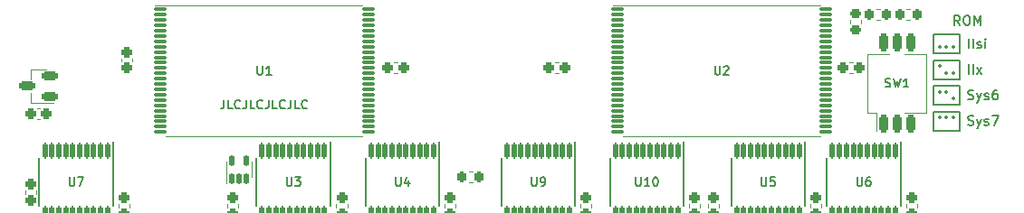
<source format=gto>
G04 #@! TF.GenerationSoftware,KiCad,Pcbnew,7.0.10*
G04 #@! TF.CreationDate,2024-05-19T03:44:08-04:00*
G04 #@! TF.ProjectId,MacIIROMSIMM,4d616349-4952-44f4-9d53-494d4d2e6b69,1.0*
G04 #@! TF.SameCoordinates,Original*
G04 #@! TF.FileFunction,Legend,Top*
G04 #@! TF.FilePolarity,Positive*
%FSLAX46Y46*%
G04 Gerber Fmt 4.6, Leading zero omitted, Abs format (unit mm)*
G04 Created by KiCad (PCBNEW 7.0.10) date 2024-05-19 03:44:08*
%MOMM*%
%LPD*%
G01*
G04 APERTURE LIST*
G04 Aperture macros list*
%AMRoundRect*
0 Rectangle with rounded corners*
0 $1 Rounding radius*
0 $2 $3 $4 $5 $6 $7 $8 $9 X,Y pos of 4 corners*
0 Add a 4 corners polygon primitive as box body*
4,1,4,$2,$3,$4,$5,$6,$7,$8,$9,$2,$3,0*
0 Add four circle primitives for the rounded corners*
1,1,$1+$1,$2,$3*
1,1,$1+$1,$4,$5*
1,1,$1+$1,$6,$7*
1,1,$1+$1,$8,$9*
0 Add four rect primitives between the rounded corners*
20,1,$1+$1,$2,$3,$4,$5,0*
20,1,$1+$1,$4,$5,$6,$7,0*
20,1,$1+$1,$6,$7,$8,$9,0*
20,1,$1+$1,$8,$9,$2,$3,0*%
G04 Aperture macros list end*
%ADD10C,0.350000*%
%ADD11C,0.203200*%
%ADD12C,0.120000*%
%ADD13C,0.150000*%
%ADD14C,0.100000*%
%ADD15C,0.175000*%
%ADD16C,2.000000*%
%ADD17RoundRect,0.237500X-0.237500X-0.287500X0.237500X-0.287500X0.237500X0.287500X-0.237500X0.287500X0*%
%ADD18RoundRect,0.237500X0.287500X-0.237500X0.287500X0.237500X-0.287500X0.237500X-0.287500X-0.237500X0*%
%ADD19RoundRect,0.124500X-0.124500X0.624500X-0.124500X-0.624500X0.124500X-0.624500X0.124500X0.624500X0*%
%ADD20RoundRect,0.477520X-0.119380X-1.122680X0.119380X-1.122680X0.119380X1.122680X-0.119380X1.122680X0*%
%ADD21RoundRect,0.087000X-0.487000X-0.087000X0.487000X-0.087000X0.487000X0.087000X-0.487000X0.087000X0*%
%ADD22RoundRect,0.120000X0.120000X-0.420000X0.120000X0.420000X-0.120000X0.420000X-0.120000X-0.420000X0*%
%ADD23RoundRect,0.200000X0.200000X0.325000X-0.200000X0.325000X-0.200000X-0.325000X0.200000X-0.325000X0*%
%ADD24RoundRect,0.200000X0.325000X-0.200000X0.325000X0.200000X-0.325000X0.200000X-0.325000X-0.200000X0*%
%ADD25RoundRect,0.225000X0.500000X0.225000X-0.500000X0.225000X-0.500000X-0.225000X0.500000X-0.225000X0*%
%ADD26C,1.448000*%
%ADD27RoundRect,0.200000X-0.200000X-0.325000X0.200000X-0.325000X0.200000X0.325000X-0.200000X0.325000X0*%
%ADD28RoundRect,0.215000X0.215000X-0.597000X0.215000X0.597000X-0.215000X0.597000X-0.215000X-0.597000X0*%
G04 APERTURE END LIST*
D10*
X162623400Y-111696500D02*
X162623500Y-111696500D01*
D11*
X164465000Y-106299000D02*
X162052000Y-106299000D01*
D10*
X163893550Y-107505500D02*
X163893650Y-107505500D01*
X163258400Y-107505500D02*
X163258500Y-107505500D01*
D11*
X162052000Y-108077000D02*
X162052000Y-106299000D01*
X164465000Y-108077000D02*
X164465000Y-106299000D01*
X162052000Y-108077000D02*
X164465000Y-108077000D01*
X162052000Y-112903000D02*
X162052000Y-111125000D01*
X164465000Y-112903000D02*
X164465000Y-111125000D01*
D10*
X163258400Y-111696500D02*
X163258500Y-111696500D01*
X163893550Y-112331500D02*
X163893650Y-112331500D01*
D11*
X164465000Y-111125000D02*
X162052000Y-111125000D01*
X162052000Y-112903000D02*
X164465000Y-112903000D01*
X164465000Y-113538000D02*
X162052000Y-113538000D01*
X164465000Y-115316000D02*
X164465000Y-113538000D01*
D10*
X163258400Y-114109500D02*
X163258500Y-114109500D01*
X163893550Y-114109500D02*
X163893650Y-114109500D01*
D11*
X162052000Y-115316000D02*
X162052000Y-113538000D01*
X162052000Y-115316000D02*
X164465000Y-115316000D01*
D10*
X162623550Y-114109500D02*
X162623650Y-114109500D01*
X162623400Y-107505500D02*
X162623500Y-107505500D01*
D11*
X164465000Y-108712000D02*
X162052000Y-108712000D01*
D10*
X163893550Y-109918500D02*
X163893650Y-109918500D01*
D11*
X164465000Y-110490000D02*
X164465000Y-108712000D01*
X162052000Y-110490000D02*
X164465000Y-110490000D01*
D10*
X163258400Y-109918500D02*
X163258500Y-109918500D01*
D11*
X162052000Y-110490000D02*
X162052000Y-108712000D01*
D10*
X162623400Y-109283500D02*
X162623500Y-109283500D01*
D11*
X165320969Y-107593790D02*
X165320969Y-106693790D01*
X165749540Y-107593790D02*
X165749540Y-106693790D01*
X166135254Y-107550933D02*
X166220968Y-107593790D01*
X166220968Y-107593790D02*
X166392397Y-107593790D01*
X166392397Y-107593790D02*
X166478111Y-107550933D01*
X166478111Y-107550933D02*
X166520968Y-107465218D01*
X166520968Y-107465218D02*
X166520968Y-107422361D01*
X166520968Y-107422361D02*
X166478111Y-107336647D01*
X166478111Y-107336647D02*
X166392397Y-107293790D01*
X166392397Y-107293790D02*
X166263826Y-107293790D01*
X166263826Y-107293790D02*
X166178111Y-107250933D01*
X166178111Y-107250933D02*
X166135254Y-107165218D01*
X166135254Y-107165218D02*
X166135254Y-107122361D01*
X166135254Y-107122361D02*
X166178111Y-107036647D01*
X166178111Y-107036647D02*
X166263826Y-106993790D01*
X166263826Y-106993790D02*
X166392397Y-106993790D01*
X166392397Y-106993790D02*
X166478111Y-107036647D01*
X166906682Y-107593790D02*
X166906682Y-106993790D01*
X166906682Y-106693790D02*
X166863825Y-106736647D01*
X166863825Y-106736647D02*
X166906682Y-106779504D01*
X166906682Y-106779504D02*
X166949539Y-106736647D01*
X166949539Y-106736647D02*
X166906682Y-106693790D01*
X166906682Y-106693790D02*
X166906682Y-106779504D01*
X164519857Y-105434790D02*
X164219857Y-105006218D01*
X164005571Y-105434790D02*
X164005571Y-104534790D01*
X164005571Y-104534790D02*
X164348428Y-104534790D01*
X164348428Y-104534790D02*
X164434143Y-104577647D01*
X164434143Y-104577647D02*
X164477000Y-104620504D01*
X164477000Y-104620504D02*
X164519857Y-104706218D01*
X164519857Y-104706218D02*
X164519857Y-104834790D01*
X164519857Y-104834790D02*
X164477000Y-104920504D01*
X164477000Y-104920504D02*
X164434143Y-104963361D01*
X164434143Y-104963361D02*
X164348428Y-105006218D01*
X164348428Y-105006218D02*
X164005571Y-105006218D01*
X165077000Y-104534790D02*
X165248428Y-104534790D01*
X165248428Y-104534790D02*
X165334143Y-104577647D01*
X165334143Y-104577647D02*
X165419857Y-104663361D01*
X165419857Y-104663361D02*
X165462714Y-104834790D01*
X165462714Y-104834790D02*
X165462714Y-105134790D01*
X165462714Y-105134790D02*
X165419857Y-105306218D01*
X165419857Y-105306218D02*
X165334143Y-105391933D01*
X165334143Y-105391933D02*
X165248428Y-105434790D01*
X165248428Y-105434790D02*
X165077000Y-105434790D01*
X165077000Y-105434790D02*
X164991286Y-105391933D01*
X164991286Y-105391933D02*
X164905571Y-105306218D01*
X164905571Y-105306218D02*
X164862714Y-105134790D01*
X164862714Y-105134790D02*
X164862714Y-104834790D01*
X164862714Y-104834790D02*
X164905571Y-104663361D01*
X164905571Y-104663361D02*
X164991286Y-104577647D01*
X164991286Y-104577647D02*
X165077000Y-104534790D01*
X165848428Y-105434790D02*
X165848428Y-104534790D01*
X165848428Y-104534790D02*
X166148428Y-105177647D01*
X166148428Y-105177647D02*
X166448428Y-104534790D01*
X166448428Y-104534790D02*
X166448428Y-105434790D01*
X165278112Y-112376933D02*
X165406684Y-112419790D01*
X165406684Y-112419790D02*
X165620969Y-112419790D01*
X165620969Y-112419790D02*
X165706684Y-112376933D01*
X165706684Y-112376933D02*
X165749541Y-112334075D01*
X165749541Y-112334075D02*
X165792398Y-112248361D01*
X165792398Y-112248361D02*
X165792398Y-112162647D01*
X165792398Y-112162647D02*
X165749541Y-112076933D01*
X165749541Y-112076933D02*
X165706684Y-112034075D01*
X165706684Y-112034075D02*
X165620969Y-111991218D01*
X165620969Y-111991218D02*
X165449541Y-111948361D01*
X165449541Y-111948361D02*
X165363826Y-111905504D01*
X165363826Y-111905504D02*
X165320969Y-111862647D01*
X165320969Y-111862647D02*
X165278112Y-111776933D01*
X165278112Y-111776933D02*
X165278112Y-111691218D01*
X165278112Y-111691218D02*
X165320969Y-111605504D01*
X165320969Y-111605504D02*
X165363826Y-111562647D01*
X165363826Y-111562647D02*
X165449541Y-111519790D01*
X165449541Y-111519790D02*
X165663826Y-111519790D01*
X165663826Y-111519790D02*
X165792398Y-111562647D01*
X166092398Y-111819790D02*
X166306684Y-112419790D01*
X166520969Y-111819790D02*
X166306684Y-112419790D01*
X166306684Y-112419790D02*
X166220969Y-112634075D01*
X166220969Y-112634075D02*
X166178112Y-112676933D01*
X166178112Y-112676933D02*
X166092398Y-112719790D01*
X166820969Y-112376933D02*
X166906683Y-112419790D01*
X166906683Y-112419790D02*
X167078112Y-112419790D01*
X167078112Y-112419790D02*
X167163826Y-112376933D01*
X167163826Y-112376933D02*
X167206683Y-112291218D01*
X167206683Y-112291218D02*
X167206683Y-112248361D01*
X167206683Y-112248361D02*
X167163826Y-112162647D01*
X167163826Y-112162647D02*
X167078112Y-112119790D01*
X167078112Y-112119790D02*
X166949541Y-112119790D01*
X166949541Y-112119790D02*
X166863826Y-112076933D01*
X166863826Y-112076933D02*
X166820969Y-111991218D01*
X166820969Y-111991218D02*
X166820969Y-111948361D01*
X166820969Y-111948361D02*
X166863826Y-111862647D01*
X166863826Y-111862647D02*
X166949541Y-111819790D01*
X166949541Y-111819790D02*
X167078112Y-111819790D01*
X167078112Y-111819790D02*
X167163826Y-111862647D01*
X167978112Y-111519790D02*
X167806683Y-111519790D01*
X167806683Y-111519790D02*
X167720969Y-111562647D01*
X167720969Y-111562647D02*
X167678112Y-111605504D01*
X167678112Y-111605504D02*
X167592397Y-111734075D01*
X167592397Y-111734075D02*
X167549540Y-111905504D01*
X167549540Y-111905504D02*
X167549540Y-112248361D01*
X167549540Y-112248361D02*
X167592397Y-112334075D01*
X167592397Y-112334075D02*
X167635254Y-112376933D01*
X167635254Y-112376933D02*
X167720969Y-112419790D01*
X167720969Y-112419790D02*
X167892397Y-112419790D01*
X167892397Y-112419790D02*
X167978112Y-112376933D01*
X167978112Y-112376933D02*
X168020969Y-112334075D01*
X168020969Y-112334075D02*
X168063826Y-112248361D01*
X168063826Y-112248361D02*
X168063826Y-112034075D01*
X168063826Y-112034075D02*
X168020969Y-111948361D01*
X168020969Y-111948361D02*
X167978112Y-111905504D01*
X167978112Y-111905504D02*
X167892397Y-111862647D01*
X167892397Y-111862647D02*
X167720969Y-111862647D01*
X167720969Y-111862647D02*
X167635254Y-111905504D01*
X167635254Y-111905504D02*
X167592397Y-111948361D01*
X167592397Y-111948361D02*
X167549540Y-112034075D01*
X165278112Y-114789933D02*
X165406684Y-114832790D01*
X165406684Y-114832790D02*
X165620969Y-114832790D01*
X165620969Y-114832790D02*
X165706684Y-114789933D01*
X165706684Y-114789933D02*
X165749541Y-114747075D01*
X165749541Y-114747075D02*
X165792398Y-114661361D01*
X165792398Y-114661361D02*
X165792398Y-114575647D01*
X165792398Y-114575647D02*
X165749541Y-114489933D01*
X165749541Y-114489933D02*
X165706684Y-114447075D01*
X165706684Y-114447075D02*
X165620969Y-114404218D01*
X165620969Y-114404218D02*
X165449541Y-114361361D01*
X165449541Y-114361361D02*
X165363826Y-114318504D01*
X165363826Y-114318504D02*
X165320969Y-114275647D01*
X165320969Y-114275647D02*
X165278112Y-114189933D01*
X165278112Y-114189933D02*
X165278112Y-114104218D01*
X165278112Y-114104218D02*
X165320969Y-114018504D01*
X165320969Y-114018504D02*
X165363826Y-113975647D01*
X165363826Y-113975647D02*
X165449541Y-113932790D01*
X165449541Y-113932790D02*
X165663826Y-113932790D01*
X165663826Y-113932790D02*
X165792398Y-113975647D01*
X166092398Y-114232790D02*
X166306684Y-114832790D01*
X166520969Y-114232790D02*
X166306684Y-114832790D01*
X166306684Y-114832790D02*
X166220969Y-115047075D01*
X166220969Y-115047075D02*
X166178112Y-115089933D01*
X166178112Y-115089933D02*
X166092398Y-115132790D01*
X166820969Y-114789933D02*
X166906683Y-114832790D01*
X166906683Y-114832790D02*
X167078112Y-114832790D01*
X167078112Y-114832790D02*
X167163826Y-114789933D01*
X167163826Y-114789933D02*
X167206683Y-114704218D01*
X167206683Y-114704218D02*
X167206683Y-114661361D01*
X167206683Y-114661361D02*
X167163826Y-114575647D01*
X167163826Y-114575647D02*
X167078112Y-114532790D01*
X167078112Y-114532790D02*
X166949541Y-114532790D01*
X166949541Y-114532790D02*
X166863826Y-114489933D01*
X166863826Y-114489933D02*
X166820969Y-114404218D01*
X166820969Y-114404218D02*
X166820969Y-114361361D01*
X166820969Y-114361361D02*
X166863826Y-114275647D01*
X166863826Y-114275647D02*
X166949541Y-114232790D01*
X166949541Y-114232790D02*
X167078112Y-114232790D01*
X167078112Y-114232790D02*
X167163826Y-114275647D01*
X167506683Y-113932790D02*
X168106683Y-113932790D01*
X168106683Y-113932790D02*
X167720969Y-114832790D01*
X165320969Y-110006790D02*
X165320969Y-109106790D01*
X165749540Y-110006790D02*
X165749540Y-109106790D01*
X166092397Y-110006790D02*
X166563826Y-109406790D01*
X166092397Y-109406790D02*
X166563826Y-110006790D01*
X95695638Y-112452649D02*
X95695638Y-113033221D01*
X95695638Y-113033221D02*
X95656933Y-113149335D01*
X95656933Y-113149335D02*
X95579524Y-113226745D01*
X95579524Y-113226745D02*
X95463409Y-113265449D01*
X95463409Y-113265449D02*
X95386000Y-113265449D01*
X96469733Y-113265449D02*
X96082685Y-113265449D01*
X96082685Y-113265449D02*
X96082685Y-112452649D01*
X97205123Y-113188040D02*
X97166419Y-113226745D01*
X97166419Y-113226745D02*
X97050304Y-113265449D01*
X97050304Y-113265449D02*
X96972895Y-113265449D01*
X96972895Y-113265449D02*
X96856781Y-113226745D01*
X96856781Y-113226745D02*
X96779371Y-113149335D01*
X96779371Y-113149335D02*
X96740666Y-113071925D01*
X96740666Y-113071925D02*
X96701962Y-112917106D01*
X96701962Y-112917106D02*
X96701962Y-112800992D01*
X96701962Y-112800992D02*
X96740666Y-112646173D01*
X96740666Y-112646173D02*
X96779371Y-112568764D01*
X96779371Y-112568764D02*
X96856781Y-112491354D01*
X96856781Y-112491354D02*
X96972895Y-112452649D01*
X96972895Y-112452649D02*
X97050304Y-112452649D01*
X97050304Y-112452649D02*
X97166419Y-112491354D01*
X97166419Y-112491354D02*
X97205123Y-112530059D01*
X97785695Y-112452649D02*
X97785695Y-113033221D01*
X97785695Y-113033221D02*
X97746990Y-113149335D01*
X97746990Y-113149335D02*
X97669581Y-113226745D01*
X97669581Y-113226745D02*
X97553466Y-113265449D01*
X97553466Y-113265449D02*
X97476057Y-113265449D01*
X98559790Y-113265449D02*
X98172742Y-113265449D01*
X98172742Y-113265449D02*
X98172742Y-112452649D01*
X99295180Y-113188040D02*
X99256476Y-113226745D01*
X99256476Y-113226745D02*
X99140361Y-113265449D01*
X99140361Y-113265449D02*
X99062952Y-113265449D01*
X99062952Y-113265449D02*
X98946838Y-113226745D01*
X98946838Y-113226745D02*
X98869428Y-113149335D01*
X98869428Y-113149335D02*
X98830723Y-113071925D01*
X98830723Y-113071925D02*
X98792019Y-112917106D01*
X98792019Y-112917106D02*
X98792019Y-112800992D01*
X98792019Y-112800992D02*
X98830723Y-112646173D01*
X98830723Y-112646173D02*
X98869428Y-112568764D01*
X98869428Y-112568764D02*
X98946838Y-112491354D01*
X98946838Y-112491354D02*
X99062952Y-112452649D01*
X99062952Y-112452649D02*
X99140361Y-112452649D01*
X99140361Y-112452649D02*
X99256476Y-112491354D01*
X99256476Y-112491354D02*
X99295180Y-112530059D01*
X99875752Y-112452649D02*
X99875752Y-113033221D01*
X99875752Y-113033221D02*
X99837047Y-113149335D01*
X99837047Y-113149335D02*
X99759638Y-113226745D01*
X99759638Y-113226745D02*
X99643523Y-113265449D01*
X99643523Y-113265449D02*
X99566114Y-113265449D01*
X100649847Y-113265449D02*
X100262799Y-113265449D01*
X100262799Y-113265449D02*
X100262799Y-112452649D01*
X101385237Y-113188040D02*
X101346533Y-113226745D01*
X101346533Y-113226745D02*
X101230418Y-113265449D01*
X101230418Y-113265449D02*
X101153009Y-113265449D01*
X101153009Y-113265449D02*
X101036895Y-113226745D01*
X101036895Y-113226745D02*
X100959485Y-113149335D01*
X100959485Y-113149335D02*
X100920780Y-113071925D01*
X100920780Y-113071925D02*
X100882076Y-112917106D01*
X100882076Y-112917106D02*
X100882076Y-112800992D01*
X100882076Y-112800992D02*
X100920780Y-112646173D01*
X100920780Y-112646173D02*
X100959485Y-112568764D01*
X100959485Y-112568764D02*
X101036895Y-112491354D01*
X101036895Y-112491354D02*
X101153009Y-112452649D01*
X101153009Y-112452649D02*
X101230418Y-112452649D01*
X101230418Y-112452649D02*
X101346533Y-112491354D01*
X101346533Y-112491354D02*
X101385237Y-112530059D01*
X101965809Y-112452649D02*
X101965809Y-113033221D01*
X101965809Y-113033221D02*
X101927104Y-113149335D01*
X101927104Y-113149335D02*
X101849695Y-113226745D01*
X101849695Y-113226745D02*
X101733580Y-113265449D01*
X101733580Y-113265449D02*
X101656171Y-113265449D01*
X102739904Y-113265449D02*
X102352856Y-113265449D01*
X102352856Y-113265449D02*
X102352856Y-112452649D01*
X103475294Y-113188040D02*
X103436590Y-113226745D01*
X103436590Y-113226745D02*
X103320475Y-113265449D01*
X103320475Y-113265449D02*
X103243066Y-113265449D01*
X103243066Y-113265449D02*
X103126952Y-113226745D01*
X103126952Y-113226745D02*
X103049542Y-113149335D01*
X103049542Y-113149335D02*
X103010837Y-113071925D01*
X103010837Y-113071925D02*
X102972133Y-112917106D01*
X102972133Y-112917106D02*
X102972133Y-112800992D01*
X102972133Y-112800992D02*
X103010837Y-112646173D01*
X103010837Y-112646173D02*
X103049542Y-112568764D01*
X103049542Y-112568764D02*
X103126952Y-112491354D01*
X103126952Y-112491354D02*
X103243066Y-112452649D01*
X103243066Y-112452649D02*
X103320475Y-112452649D01*
X103320475Y-112452649D02*
X103436590Y-112491354D01*
X103436590Y-112491354D02*
X103475294Y-112530059D01*
X111755723Y-119702649D02*
X111755723Y-120360630D01*
X111755723Y-120360630D02*
X111794428Y-120438040D01*
X111794428Y-120438040D02*
X111833133Y-120476745D01*
X111833133Y-120476745D02*
X111910542Y-120515449D01*
X111910542Y-120515449D02*
X112065361Y-120515449D01*
X112065361Y-120515449D02*
X112142771Y-120476745D01*
X112142771Y-120476745D02*
X112181476Y-120438040D01*
X112181476Y-120438040D02*
X112220180Y-120360630D01*
X112220180Y-120360630D02*
X112220180Y-119702649D01*
X112955571Y-119973583D02*
X112955571Y-120515449D01*
X112762047Y-119663945D02*
X112568524Y-120244516D01*
X112568524Y-120244516D02*
X113071685Y-120244516D01*
X145955723Y-119702649D02*
X145955723Y-120360630D01*
X145955723Y-120360630D02*
X145994428Y-120438040D01*
X145994428Y-120438040D02*
X146033133Y-120476745D01*
X146033133Y-120476745D02*
X146110542Y-120515449D01*
X146110542Y-120515449D02*
X146265361Y-120515449D01*
X146265361Y-120515449D02*
X146342771Y-120476745D01*
X146342771Y-120476745D02*
X146381476Y-120438040D01*
X146381476Y-120438040D02*
X146420180Y-120360630D01*
X146420180Y-120360630D02*
X146420180Y-119702649D01*
X147194276Y-119702649D02*
X146807228Y-119702649D01*
X146807228Y-119702649D02*
X146768524Y-120089697D01*
X146768524Y-120089697D02*
X146807228Y-120050992D01*
X146807228Y-120050992D02*
X146884638Y-120012287D01*
X146884638Y-120012287D02*
X147078162Y-120012287D01*
X147078162Y-120012287D02*
X147155571Y-120050992D01*
X147155571Y-120050992D02*
X147194276Y-120089697D01*
X147194276Y-120089697D02*
X147232981Y-120167106D01*
X147232981Y-120167106D02*
X147232981Y-120360630D01*
X147232981Y-120360630D02*
X147194276Y-120438040D01*
X147194276Y-120438040D02*
X147155571Y-120476745D01*
X147155571Y-120476745D02*
X147078162Y-120515449D01*
X147078162Y-120515449D02*
X146884638Y-120515449D01*
X146884638Y-120515449D02*
X146807228Y-120476745D01*
X146807228Y-120476745D02*
X146768524Y-120438040D01*
X134218676Y-119702649D02*
X134218676Y-120360630D01*
X134218676Y-120360630D02*
X134257381Y-120438040D01*
X134257381Y-120438040D02*
X134296086Y-120476745D01*
X134296086Y-120476745D02*
X134373495Y-120515449D01*
X134373495Y-120515449D02*
X134528314Y-120515449D01*
X134528314Y-120515449D02*
X134605724Y-120476745D01*
X134605724Y-120476745D02*
X134644429Y-120438040D01*
X134644429Y-120438040D02*
X134683133Y-120360630D01*
X134683133Y-120360630D02*
X134683133Y-119702649D01*
X135495934Y-120515449D02*
X135031477Y-120515449D01*
X135263705Y-120515449D02*
X135263705Y-119702649D01*
X135263705Y-119702649D02*
X135186296Y-119818764D01*
X135186296Y-119818764D02*
X135108886Y-119896173D01*
X135108886Y-119896173D02*
X135031477Y-119934878D01*
X135999095Y-119702649D02*
X136076505Y-119702649D01*
X136076505Y-119702649D02*
X136153914Y-119741354D01*
X136153914Y-119741354D02*
X136192619Y-119780059D01*
X136192619Y-119780059D02*
X136231324Y-119857468D01*
X136231324Y-119857468D02*
X136270029Y-120012287D01*
X136270029Y-120012287D02*
X136270029Y-120205811D01*
X136270029Y-120205811D02*
X136231324Y-120360630D01*
X136231324Y-120360630D02*
X136192619Y-120438040D01*
X136192619Y-120438040D02*
X136153914Y-120476745D01*
X136153914Y-120476745D02*
X136076505Y-120515449D01*
X136076505Y-120515449D02*
X135999095Y-120515449D01*
X135999095Y-120515449D02*
X135921686Y-120476745D01*
X135921686Y-120476745D02*
X135882981Y-120438040D01*
X135882981Y-120438040D02*
X135844276Y-120360630D01*
X135844276Y-120360630D02*
X135805572Y-120205811D01*
X135805572Y-120205811D02*
X135805572Y-120012287D01*
X135805572Y-120012287D02*
X135844276Y-119857468D01*
X135844276Y-119857468D02*
X135882981Y-119780059D01*
X135882981Y-119780059D02*
X135921686Y-119741354D01*
X135921686Y-119741354D02*
X135999095Y-119702649D01*
X154905723Y-119702649D02*
X154905723Y-120360630D01*
X154905723Y-120360630D02*
X154944428Y-120438040D01*
X154944428Y-120438040D02*
X154983133Y-120476745D01*
X154983133Y-120476745D02*
X155060542Y-120515449D01*
X155060542Y-120515449D02*
X155215361Y-120515449D01*
X155215361Y-120515449D02*
X155292771Y-120476745D01*
X155292771Y-120476745D02*
X155331476Y-120438040D01*
X155331476Y-120438040D02*
X155370180Y-120360630D01*
X155370180Y-120360630D02*
X155370180Y-119702649D01*
X156105571Y-119702649D02*
X155950752Y-119702649D01*
X155950752Y-119702649D02*
X155873343Y-119741354D01*
X155873343Y-119741354D02*
X155834638Y-119780059D01*
X155834638Y-119780059D02*
X155757228Y-119896173D01*
X155757228Y-119896173D02*
X155718524Y-120050992D01*
X155718524Y-120050992D02*
X155718524Y-120360630D01*
X155718524Y-120360630D02*
X155757228Y-120438040D01*
X155757228Y-120438040D02*
X155795933Y-120476745D01*
X155795933Y-120476745D02*
X155873343Y-120515449D01*
X155873343Y-120515449D02*
X156028162Y-120515449D01*
X156028162Y-120515449D02*
X156105571Y-120476745D01*
X156105571Y-120476745D02*
X156144276Y-120438040D01*
X156144276Y-120438040D02*
X156182981Y-120360630D01*
X156182981Y-120360630D02*
X156182981Y-120167106D01*
X156182981Y-120167106D02*
X156144276Y-120089697D01*
X156144276Y-120089697D02*
X156105571Y-120050992D01*
X156105571Y-120050992D02*
X156028162Y-120012287D01*
X156028162Y-120012287D02*
X155873343Y-120012287D01*
X155873343Y-120012287D02*
X155795933Y-120050992D01*
X155795933Y-120050992D02*
X155757228Y-120089697D01*
X155757228Y-120089697D02*
X155718524Y-120167106D01*
X98830723Y-109252649D02*
X98830723Y-109910630D01*
X98830723Y-109910630D02*
X98869428Y-109988040D01*
X98869428Y-109988040D02*
X98908133Y-110026745D01*
X98908133Y-110026745D02*
X98985542Y-110065449D01*
X98985542Y-110065449D02*
X99140361Y-110065449D01*
X99140361Y-110065449D02*
X99217771Y-110026745D01*
X99217771Y-110026745D02*
X99256476Y-109988040D01*
X99256476Y-109988040D02*
X99295180Y-109910630D01*
X99295180Y-109910630D02*
X99295180Y-109252649D01*
X100107981Y-110065449D02*
X99643524Y-110065449D01*
X99875752Y-110065449D02*
X99875752Y-109252649D01*
X99875752Y-109252649D02*
X99798343Y-109368764D01*
X99798343Y-109368764D02*
X99720933Y-109446173D01*
X99720933Y-109446173D02*
X99643524Y-109484878D01*
X101555723Y-119702649D02*
X101555723Y-120360630D01*
X101555723Y-120360630D02*
X101594428Y-120438040D01*
X101594428Y-120438040D02*
X101633133Y-120476745D01*
X101633133Y-120476745D02*
X101710542Y-120515449D01*
X101710542Y-120515449D02*
X101865361Y-120515449D01*
X101865361Y-120515449D02*
X101942771Y-120476745D01*
X101942771Y-120476745D02*
X101981476Y-120438040D01*
X101981476Y-120438040D02*
X102020180Y-120360630D01*
X102020180Y-120360630D02*
X102020180Y-119702649D01*
X102329819Y-119702649D02*
X102832981Y-119702649D01*
X102832981Y-119702649D02*
X102562047Y-120012287D01*
X102562047Y-120012287D02*
X102678162Y-120012287D01*
X102678162Y-120012287D02*
X102755571Y-120050992D01*
X102755571Y-120050992D02*
X102794276Y-120089697D01*
X102794276Y-120089697D02*
X102832981Y-120167106D01*
X102832981Y-120167106D02*
X102832981Y-120360630D01*
X102832981Y-120360630D02*
X102794276Y-120438040D01*
X102794276Y-120438040D02*
X102755571Y-120476745D01*
X102755571Y-120476745D02*
X102678162Y-120515449D01*
X102678162Y-120515449D02*
X102445933Y-120515449D01*
X102445933Y-120515449D02*
X102368524Y-120476745D01*
X102368524Y-120476745D02*
X102329819Y-120438040D01*
X141620723Y-109252649D02*
X141620723Y-109910630D01*
X141620723Y-109910630D02*
X141659428Y-109988040D01*
X141659428Y-109988040D02*
X141698133Y-110026745D01*
X141698133Y-110026745D02*
X141775542Y-110065449D01*
X141775542Y-110065449D02*
X141930361Y-110065449D01*
X141930361Y-110065449D02*
X142007771Y-110026745D01*
X142007771Y-110026745D02*
X142046476Y-109988040D01*
X142046476Y-109988040D02*
X142085180Y-109910630D01*
X142085180Y-109910630D02*
X142085180Y-109252649D01*
X142433524Y-109330059D02*
X142472228Y-109291354D01*
X142472228Y-109291354D02*
X142549638Y-109252649D01*
X142549638Y-109252649D02*
X142743162Y-109252649D01*
X142743162Y-109252649D02*
X142820571Y-109291354D01*
X142820571Y-109291354D02*
X142859276Y-109330059D01*
X142859276Y-109330059D02*
X142897981Y-109407468D01*
X142897981Y-109407468D02*
X142897981Y-109484878D01*
X142897981Y-109484878D02*
X142859276Y-109600992D01*
X142859276Y-109600992D02*
X142394819Y-110065449D01*
X142394819Y-110065449D02*
X142897981Y-110065449D01*
X81255723Y-119702649D02*
X81255723Y-120360630D01*
X81255723Y-120360630D02*
X81294428Y-120438040D01*
X81294428Y-120438040D02*
X81333133Y-120476745D01*
X81333133Y-120476745D02*
X81410542Y-120515449D01*
X81410542Y-120515449D02*
X81565361Y-120515449D01*
X81565361Y-120515449D02*
X81642771Y-120476745D01*
X81642771Y-120476745D02*
X81681476Y-120438040D01*
X81681476Y-120438040D02*
X81720180Y-120360630D01*
X81720180Y-120360630D02*
X81720180Y-119702649D01*
X82029819Y-119702649D02*
X82571685Y-119702649D01*
X82571685Y-119702649D02*
X82223343Y-120515449D01*
X124455723Y-119702649D02*
X124455723Y-120360630D01*
X124455723Y-120360630D02*
X124494428Y-120438040D01*
X124494428Y-120438040D02*
X124533133Y-120476745D01*
X124533133Y-120476745D02*
X124610542Y-120515449D01*
X124610542Y-120515449D02*
X124765361Y-120515449D01*
X124765361Y-120515449D02*
X124842771Y-120476745D01*
X124842771Y-120476745D02*
X124881476Y-120438040D01*
X124881476Y-120438040D02*
X124920180Y-120360630D01*
X124920180Y-120360630D02*
X124920180Y-119702649D01*
X125345933Y-120515449D02*
X125500752Y-120515449D01*
X125500752Y-120515449D02*
X125578162Y-120476745D01*
X125578162Y-120476745D02*
X125616866Y-120438040D01*
X125616866Y-120438040D02*
X125694276Y-120321925D01*
X125694276Y-120321925D02*
X125732981Y-120167106D01*
X125732981Y-120167106D02*
X125732981Y-119857468D01*
X125732981Y-119857468D02*
X125694276Y-119780059D01*
X125694276Y-119780059D02*
X125655571Y-119741354D01*
X125655571Y-119741354D02*
X125578162Y-119702649D01*
X125578162Y-119702649D02*
X125423343Y-119702649D01*
X125423343Y-119702649D02*
X125345933Y-119741354D01*
X125345933Y-119741354D02*
X125307228Y-119780059D01*
X125307228Y-119780059D02*
X125268524Y-119857468D01*
X125268524Y-119857468D02*
X125268524Y-120050992D01*
X125268524Y-120050992D02*
X125307228Y-120128402D01*
X125307228Y-120128402D02*
X125345933Y-120167106D01*
X125345933Y-120167106D02*
X125423343Y-120205811D01*
X125423343Y-120205811D02*
X125578162Y-120205811D01*
X125578162Y-120205811D02*
X125655571Y-120167106D01*
X125655571Y-120167106D02*
X125694276Y-120128402D01*
X125694276Y-120128402D02*
X125732981Y-120050992D01*
X157539267Y-111197745D02*
X157655381Y-111236449D01*
X157655381Y-111236449D02*
X157848905Y-111236449D01*
X157848905Y-111236449D02*
X157926314Y-111197745D01*
X157926314Y-111197745D02*
X157965019Y-111159040D01*
X157965019Y-111159040D02*
X158003724Y-111081630D01*
X158003724Y-111081630D02*
X158003724Y-111004221D01*
X158003724Y-111004221D02*
X157965019Y-110926811D01*
X157965019Y-110926811D02*
X157926314Y-110888106D01*
X157926314Y-110888106D02*
X157848905Y-110849402D01*
X157848905Y-110849402D02*
X157694086Y-110810697D01*
X157694086Y-110810697D02*
X157616676Y-110771992D01*
X157616676Y-110771992D02*
X157577971Y-110733287D01*
X157577971Y-110733287D02*
X157539267Y-110655878D01*
X157539267Y-110655878D02*
X157539267Y-110578468D01*
X157539267Y-110578468D02*
X157577971Y-110501059D01*
X157577971Y-110501059D02*
X157616676Y-110462354D01*
X157616676Y-110462354D02*
X157694086Y-110423649D01*
X157694086Y-110423649D02*
X157887609Y-110423649D01*
X157887609Y-110423649D02*
X158003724Y-110462354D01*
X158274657Y-110423649D02*
X158468181Y-111236449D01*
X158468181Y-111236449D02*
X158623000Y-110655878D01*
X158623000Y-110655878D02*
X158777819Y-111236449D01*
X158777819Y-111236449D02*
X158971343Y-110423649D01*
X159706733Y-111236449D02*
X159242276Y-111236449D01*
X159474504Y-111236449D02*
X159474504Y-110423649D01*
X159474504Y-110423649D02*
X159397095Y-110539764D01*
X159397095Y-110539764D02*
X159319685Y-110617173D01*
X159319685Y-110617173D02*
X159242276Y-110655878D01*
D12*
X154187221Y-108940000D02*
X154512779Y-108940000D01*
X154187221Y-109960000D02*
X154512779Y-109960000D01*
X95990000Y-122512779D02*
X95990000Y-122187221D01*
X97010000Y-122512779D02*
X97010000Y-122187221D01*
X116340000Y-122512779D02*
X116340000Y-122187221D01*
X117360000Y-122512779D02*
X117360000Y-122187221D01*
X139190000Y-122512779D02*
X139190000Y-122187221D01*
X140210000Y-122512779D02*
X140210000Y-122187221D01*
X150540000Y-122512779D02*
X150540000Y-122187221D01*
X151560000Y-122512779D02*
X151560000Y-122187221D01*
X159490000Y-122512779D02*
X159490000Y-122187221D01*
X160510000Y-122512779D02*
X160510000Y-122187221D01*
D13*
X115825000Y-116400000D02*
X115825000Y-122375000D01*
X108925000Y-117925000D02*
X108925000Y-122375000D01*
X150025000Y-116400000D02*
X150025000Y-122375000D01*
X143125000Y-117925000D02*
X143125000Y-122375000D01*
X138675000Y-116400000D02*
X138675000Y-122375000D01*
X131775000Y-117925000D02*
X131775000Y-122375000D01*
X158975000Y-116400000D02*
X158975000Y-122375000D01*
X152075000Y-117925000D02*
X152075000Y-122375000D01*
D12*
X111587221Y-108940000D02*
X111912779Y-108940000D01*
X111587221Y-109960000D02*
X111912779Y-109960000D01*
D14*
X108650000Y-103580000D02*
X89250000Y-103580000D01*
D12*
X90250000Y-115820000D02*
X108650000Y-115820000D01*
D13*
X105625000Y-116400000D02*
X105625000Y-122375000D01*
X98725000Y-117925000D02*
X98725000Y-122375000D01*
D12*
X78187221Y-113240000D02*
X78512779Y-113240000D01*
X78187221Y-114260000D02*
X78512779Y-114260000D01*
D14*
X151440000Y-103580000D02*
X132040000Y-103580000D01*
D12*
X133040000Y-115820000D02*
X151440000Y-115820000D01*
X85840000Y-122512779D02*
X85840000Y-122187221D01*
X86860000Y-122512779D02*
X86860000Y-122187221D01*
D13*
X85325000Y-116400000D02*
X85325000Y-122375000D01*
X78425000Y-117925000D02*
X78425000Y-122375000D01*
D12*
X106203500Y-122512779D02*
X106203500Y-122187221D01*
X107223500Y-122512779D02*
X107223500Y-122187221D01*
D13*
X128525000Y-116400000D02*
X128525000Y-122375000D01*
X121625000Y-117925000D02*
X121625000Y-122375000D01*
D12*
X129040000Y-122512779D02*
X129040000Y-122187221D01*
X130060000Y-122512779D02*
X130060000Y-122187221D01*
X140990000Y-122512779D02*
X140990000Y-122187221D01*
X142010000Y-122512779D02*
X142010000Y-122187221D01*
X86090000Y-108862779D02*
X86090000Y-108537221D01*
X87110000Y-108862779D02*
X87110000Y-108537221D01*
X126687221Y-108890000D02*
X127012779Y-108890000D01*
X126687221Y-109910000D02*
X127012779Y-109910000D01*
X77090000Y-121285779D02*
X77090000Y-120960221D01*
X78110000Y-121285779D02*
X78110000Y-120960221D01*
X95940000Y-118220000D02*
X95940000Y-120250000D01*
X98260000Y-119630000D02*
X98260000Y-118220000D01*
X157012779Y-104910000D02*
X156687221Y-104910000D01*
X157012779Y-103890000D02*
X156687221Y-103890000D01*
X154240000Y-105262779D02*
X154240000Y-104937221D01*
X155260000Y-105262779D02*
X155260000Y-104937221D01*
X118912779Y-120210000D02*
X118587221Y-120210000D01*
X118912779Y-119190000D02*
X118587221Y-119190000D01*
X77590000Y-109570000D02*
X77590000Y-110500000D01*
X77590000Y-109570000D02*
X79050000Y-109570000D01*
X77590000Y-112730000D02*
X77590000Y-111800000D01*
X77590000Y-112730000D02*
X79750000Y-112730000D01*
X159537221Y-103890000D02*
X159862779Y-103890000D01*
X159537221Y-104910000D02*
X159862779Y-104910000D01*
X155857000Y-108111000D02*
X157928000Y-108111000D01*
X155857000Y-113631000D02*
X155857000Y-108111000D01*
X155857000Y-113631000D02*
X156673000Y-113631000D01*
X156673000Y-115317000D02*
X156673000Y-113631000D01*
X159318000Y-108111000D02*
X161388000Y-108111000D01*
X159318000Y-113631000D02*
X161388000Y-113631000D01*
X161388000Y-113631000D02*
X161388000Y-108111000D01*
%LPC*%
D15*
X163195000Y-127635000D02*
X123825000Y-127635000D01*
X123317000Y-125031500D01*
X163703000Y-125031500D01*
X163195000Y-127635000D01*
G36*
X163195000Y-127635000D02*
G01*
X123825000Y-127635000D01*
X123317000Y-125031500D01*
X163703000Y-125031500D01*
X163195000Y-127635000D01*
G37*
X117475000Y-127635000D02*
X78105000Y-127635000D01*
X77597000Y-125031500D01*
X117983000Y-125031500D01*
X117475000Y-127635000D01*
G36*
X117475000Y-127635000D02*
G01*
X78105000Y-127635000D01*
X77597000Y-125031500D01*
X117983000Y-125031500D01*
X117475000Y-127635000D01*
G37*
D16*
X75438000Y-123444000D03*
D17*
X153600000Y-109450000D03*
X155100000Y-109450000D03*
D18*
X96500000Y-123100000D03*
X96500000Y-121600000D03*
X116850000Y-123100000D03*
X116850000Y-121600000D03*
X139700000Y-123100000D03*
X139700000Y-121600000D03*
X151050000Y-123100000D03*
X151050000Y-121600000D03*
X160000000Y-123100000D03*
X160000000Y-121600000D03*
D19*
X115300000Y-117200000D03*
X114650000Y-117200000D03*
X114000000Y-117200000D03*
X113350000Y-117200000D03*
X112700000Y-117200000D03*
X112050000Y-117200000D03*
X111400000Y-117200000D03*
X110750000Y-117200000D03*
X110100000Y-117200000D03*
X109450000Y-117200000D03*
X109450000Y-123100000D03*
X110100000Y-123100000D03*
X110750000Y-123100000D03*
X111400000Y-123100000D03*
X112050000Y-123100000D03*
X112700000Y-123100000D03*
X113350000Y-123100000D03*
X114000000Y-123100000D03*
X114650000Y-123100000D03*
X115300000Y-123100000D03*
X149500000Y-117200000D03*
X148850000Y-117200000D03*
X148200000Y-117200000D03*
X147550000Y-117200000D03*
X146900000Y-117200000D03*
X146250000Y-117200000D03*
X145600000Y-117200000D03*
X144950000Y-117200000D03*
X144300000Y-117200000D03*
X143650000Y-117200000D03*
X143650000Y-123100000D03*
X144300000Y-123100000D03*
X144950000Y-123100000D03*
X145600000Y-123100000D03*
X146250000Y-123100000D03*
X146900000Y-123100000D03*
X147550000Y-123100000D03*
X148200000Y-123100000D03*
X148850000Y-123100000D03*
X149500000Y-123100000D03*
D20*
X78105000Y-126111000D03*
X79375000Y-126111000D03*
X80645000Y-126111000D03*
X81915000Y-126111000D03*
X83185000Y-126111000D03*
X84455000Y-126111000D03*
X85725000Y-126111000D03*
X86995000Y-126111000D03*
X88265000Y-126111000D03*
X89535000Y-126111000D03*
X90805000Y-126111000D03*
X92075000Y-126111000D03*
X93345000Y-126111000D03*
X94615000Y-126111000D03*
X95885000Y-126111000D03*
X97155000Y-126111000D03*
X98425000Y-126111000D03*
X99695000Y-126111000D03*
X100965000Y-126111000D03*
X102235000Y-126111000D03*
X103505000Y-126111000D03*
X104775000Y-126111000D03*
X106045000Y-126111000D03*
X107315000Y-126111000D03*
X108585000Y-126111000D03*
X109855000Y-126111000D03*
X111125000Y-126111000D03*
X112395000Y-126111000D03*
X113665000Y-126111000D03*
X114935000Y-126111000D03*
X116205000Y-126111000D03*
X117475000Y-126111000D03*
X123825000Y-126111000D03*
X125095000Y-126111000D03*
X126365000Y-126111000D03*
X127635000Y-126111000D03*
X128905000Y-126111000D03*
X130175000Y-126111000D03*
X131445000Y-126111000D03*
X132715000Y-126111000D03*
X133985000Y-126111000D03*
X135255000Y-126111000D03*
X136525000Y-126111000D03*
X137795000Y-126111000D03*
X139065000Y-126111000D03*
X140335000Y-126111000D03*
X141605000Y-126111000D03*
X142875000Y-126111000D03*
X144145000Y-126111000D03*
X145415000Y-126111000D03*
X146685000Y-126111000D03*
X147955000Y-126111000D03*
X149225000Y-126111000D03*
X150495000Y-126111000D03*
X151765000Y-126111000D03*
X153035000Y-126111000D03*
X154305000Y-126111000D03*
X155575000Y-126111000D03*
X156845000Y-126111000D03*
X158115000Y-126111000D03*
X159385000Y-126111000D03*
X160655000Y-126111000D03*
X161925000Y-126111000D03*
X163195000Y-126111000D03*
D19*
X138150000Y-117200000D03*
X137500000Y-117200000D03*
X136850000Y-117200000D03*
X136200000Y-117200000D03*
X135550000Y-117200000D03*
X134900000Y-117200000D03*
X134250000Y-117200000D03*
X133600000Y-117200000D03*
X132950000Y-117200000D03*
X132300000Y-117200000D03*
X132300000Y-123100000D03*
X132950000Y-123100000D03*
X133600000Y-123100000D03*
X134250000Y-123100000D03*
X134900000Y-123100000D03*
X135550000Y-123100000D03*
X136200000Y-123100000D03*
X136850000Y-123100000D03*
X137500000Y-123100000D03*
X138150000Y-123100000D03*
X158450000Y-117200000D03*
X157800000Y-117200000D03*
X157150000Y-117200000D03*
X156500000Y-117200000D03*
X155850000Y-117200000D03*
X155200000Y-117200000D03*
X154550000Y-117200000D03*
X153900000Y-117200000D03*
X153250000Y-117200000D03*
X152600000Y-117200000D03*
X152600000Y-123100000D03*
X153250000Y-123100000D03*
X153900000Y-123100000D03*
X154550000Y-123100000D03*
X155200000Y-123100000D03*
X155850000Y-123100000D03*
X156500000Y-123100000D03*
X157150000Y-123100000D03*
X157800000Y-123100000D03*
X158450000Y-123100000D03*
D17*
X111000000Y-109450000D03*
X112500000Y-109450000D03*
D21*
X89700000Y-103950000D03*
X89700000Y-104450000D03*
X89700000Y-104950000D03*
X89700000Y-105450000D03*
X89700000Y-105950000D03*
X89700000Y-106450000D03*
X89700000Y-106950000D03*
X89700000Y-107450000D03*
X89700000Y-107950000D03*
X89700000Y-108450000D03*
X89700000Y-108950000D03*
X89700000Y-109450000D03*
X89700000Y-109950000D03*
X89700000Y-110450000D03*
X89700000Y-110950000D03*
X89700000Y-111450000D03*
X89700000Y-111950000D03*
X89700000Y-112450000D03*
X89700000Y-112950000D03*
X89700000Y-113450000D03*
X89700000Y-113950000D03*
X89700000Y-114450000D03*
X89700000Y-114950000D03*
X89700000Y-115450000D03*
X109200000Y-115450000D03*
X109200000Y-114950000D03*
X109200000Y-114450000D03*
X109200000Y-113950000D03*
X109200000Y-113450000D03*
X109200000Y-112950000D03*
X109200000Y-112450000D03*
X109200000Y-111950000D03*
X109200000Y-111450000D03*
X109200000Y-110950000D03*
X109200000Y-110450000D03*
X109200000Y-109950000D03*
X109200000Y-109450000D03*
X109200000Y-108950000D03*
X109200000Y-108450000D03*
X109200000Y-107950000D03*
X109200000Y-107450000D03*
X109200000Y-106950000D03*
X109200000Y-106450000D03*
X109200000Y-105950000D03*
X109200000Y-105450000D03*
X109200000Y-104950000D03*
X109200000Y-104450000D03*
X109200000Y-103950000D03*
D19*
X105100000Y-117200000D03*
X104450000Y-117200000D03*
X103800000Y-117200000D03*
X103150000Y-117200000D03*
X102500000Y-117200000D03*
X101850000Y-117200000D03*
X101200000Y-117200000D03*
X100550000Y-117200000D03*
X99900000Y-117200000D03*
X99250000Y-117200000D03*
X99250000Y-123100000D03*
X99900000Y-123100000D03*
X100550000Y-123100000D03*
X101200000Y-123100000D03*
X101850000Y-123100000D03*
X102500000Y-123100000D03*
X103150000Y-123100000D03*
X103800000Y-123100000D03*
X104450000Y-123100000D03*
X105100000Y-123100000D03*
D17*
X77600000Y-113750000D03*
X79100000Y-113750000D03*
D21*
X132490000Y-103950000D03*
X132490000Y-104450000D03*
X132490000Y-104950000D03*
X132490000Y-105450000D03*
X132490000Y-105950000D03*
X132490000Y-106450000D03*
X132490000Y-106950000D03*
X132490000Y-107450000D03*
X132490000Y-107950000D03*
X132490000Y-108450000D03*
X132490000Y-108950000D03*
X132490000Y-109450000D03*
X132490000Y-109950000D03*
X132490000Y-110450000D03*
X132490000Y-110950000D03*
X132490000Y-111450000D03*
X132490000Y-111950000D03*
X132490000Y-112450000D03*
X132490000Y-112950000D03*
X132490000Y-113450000D03*
X132490000Y-113950000D03*
X132490000Y-114450000D03*
X132490000Y-114950000D03*
X132490000Y-115450000D03*
X151990000Y-115450000D03*
X151990000Y-114950000D03*
X151990000Y-114450000D03*
X151990000Y-113950000D03*
X151990000Y-113450000D03*
X151990000Y-112950000D03*
X151990000Y-112450000D03*
X151990000Y-111950000D03*
X151990000Y-111450000D03*
X151990000Y-110950000D03*
X151990000Y-110450000D03*
X151990000Y-109950000D03*
X151990000Y-109450000D03*
X151990000Y-108950000D03*
X151990000Y-108450000D03*
X151990000Y-107950000D03*
X151990000Y-107450000D03*
X151990000Y-106950000D03*
X151990000Y-106450000D03*
X151990000Y-105950000D03*
X151990000Y-105450000D03*
X151990000Y-104950000D03*
X151990000Y-104450000D03*
X151990000Y-103950000D03*
D18*
X86350000Y-123100000D03*
X86350000Y-121600000D03*
D19*
X84800000Y-117200000D03*
X84150000Y-117200000D03*
X83500000Y-117200000D03*
X82850000Y-117200000D03*
X82200000Y-117200000D03*
X81550000Y-117200000D03*
X80900000Y-117200000D03*
X80250000Y-117200000D03*
X79600000Y-117200000D03*
X78950000Y-117200000D03*
X78950000Y-123100000D03*
X79600000Y-123100000D03*
X80250000Y-123100000D03*
X80900000Y-123100000D03*
X81550000Y-123100000D03*
X82200000Y-123100000D03*
X82850000Y-123100000D03*
X83500000Y-123100000D03*
X84150000Y-123100000D03*
X84800000Y-123100000D03*
D18*
X106713500Y-123100000D03*
X106713500Y-121600000D03*
D19*
X128000000Y-117200000D03*
X127350000Y-117200000D03*
X126700000Y-117200000D03*
X126050000Y-117200000D03*
X125400000Y-117200000D03*
X124750000Y-117200000D03*
X124100000Y-117200000D03*
X123450000Y-117200000D03*
X122800000Y-117200000D03*
X122150000Y-117200000D03*
X122150000Y-123100000D03*
X122800000Y-123100000D03*
X123450000Y-123100000D03*
X124100000Y-123100000D03*
X124750000Y-123100000D03*
X125400000Y-123100000D03*
X126050000Y-123100000D03*
X126700000Y-123100000D03*
X127350000Y-123100000D03*
X128000000Y-123100000D03*
D18*
X129550000Y-123100000D03*
X129550000Y-121600000D03*
X141500000Y-123100000D03*
X141500000Y-121600000D03*
X86600000Y-109450000D03*
X86600000Y-107950000D03*
D16*
X167894000Y-123444000D03*
X162433000Y-104267000D03*
X75946000Y-104267000D03*
D17*
X126100000Y-109400000D03*
X127600000Y-109400000D03*
D18*
X77600000Y-121873000D03*
X77600000Y-120373000D03*
D22*
X96450000Y-119800000D03*
X97100000Y-119800000D03*
X97750000Y-119800000D03*
X97750000Y-118100000D03*
X96450000Y-118100000D03*
D23*
X157650000Y-104400000D03*
X156050000Y-104400000D03*
D24*
X154750000Y-105900000D03*
X154750000Y-104300000D03*
D23*
X119550000Y-119700000D03*
X117950000Y-119700000D03*
D25*
X79400000Y-112100000D03*
X79400000Y-110200000D03*
X77300000Y-111150000D03*
D26*
X73406000Y-104267000D03*
X75438000Y-125984000D03*
X167894000Y-125984000D03*
X167894000Y-104267000D03*
D27*
X158900000Y-104400000D03*
X160500000Y-104400000D03*
D28*
X157353000Y-114681000D03*
X158623000Y-114681000D03*
X159893000Y-114681000D03*
X159893000Y-107061000D03*
X158623000Y-107061000D03*
X157353000Y-107061000D03*
%LPD*%
M02*

</source>
